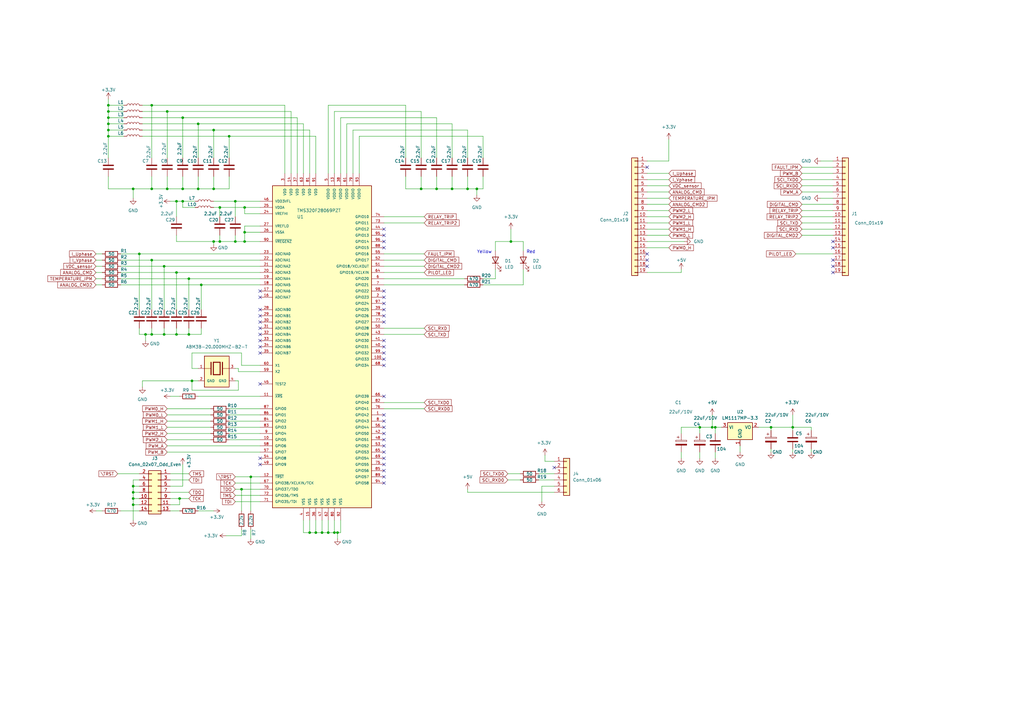
<source format=kicad_sch>
(kicad_sch (version 20230121) (generator eeschema)
  (paper "A3")
  (junction (at 316.23 175.26))
  (junction (at 44.45 55.88))
  (junction (at 62.23 43.18))
  (junction (at 132.08 218.44))
  (junction (at 72.39 137.16))
  (junction (at 77.47 137.16))
  (junction (at 44.45 50.8))
  (junction (at 93.98 55.88))
  (junction (at 54.61 207.01))
  (junction (at 62.23 77.47))
  (junction (at 99.06 200.66))
  (junction (at 62.23 137.16))
  (junction (at 57.15 104.14))
  (junction (at 59.69 137.16))
  (junction (at 96.52 99.06))
  (junction (at 293.37 175.26))
  (junction (at 102.87 195.58))
  (junction (at 100.33 95.25))
  (junction (at 129.54 218.44))
  (junction (at 134.62 218.44))
  (junction (at 74.93 77.47))
  (junction (at 81.28 77.47))
  (junction (at 68.58 45.72))
  (junction (at 127 218.44))
  (junction (at 74.93 82.55))
  (junction (at 87.63 53.34))
  (junction (at 77.47 114.3))
  (junction (at 72.39 111.76))
  (junction (at 78.74 156.21))
  (junction (at 87.63 77.47))
  (junction (at 68.58 77.47))
  (junction (at 44.45 45.72))
  (junction (at 82.55 116.84))
  (junction (at 179.07 77.47))
  (junction (at 54.61 204.47))
  (junction (at 191.77 77.47))
  (junction (at 138.43 218.44))
  (junction (at 96.52 82.55))
  (junction (at 209.55 99.06))
  (junction (at 100.33 99.06))
  (junction (at 195.58 77.47))
  (junction (at 90.17 99.06))
  (junction (at 172.72 77.47))
  (junction (at 54.61 199.39))
  (junction (at 137.16 218.44))
  (junction (at 185.42 77.47))
  (junction (at 73.66 204.47))
  (junction (at 54.61 77.47))
  (junction (at 44.45 53.34))
  (junction (at 72.39 82.55))
  (junction (at 62.23 106.68))
  (junction (at 100.33 85.09))
  (junction (at 287.02 175.26))
  (junction (at 67.31 109.22))
  (junction (at 54.61 201.93))
  (junction (at 87.63 99.06))
  (junction (at 44.45 43.18))
  (junction (at 74.93 48.26))
  (junction (at 67.31 137.16))
  (junction (at 325.12 175.26))
  (junction (at 292.1 175.26))
  (junction (at 81.28 50.8))
  (junction (at 90.17 85.09))
  (junction (at 44.45 48.26))
  (no_connect (at 341.63 101.6))
  (no_connect (at 106.68 187.96))
  (no_connect (at 157.48 147.32))
  (no_connect (at 157.48 182.88))
  (no_connect (at 341.63 99.06))
  (no_connect (at 157.48 139.7))
  (no_connect (at 157.48 180.34))
  (no_connect (at 106.68 139.7))
  (no_connect (at 157.48 124.46))
  (no_connect (at 106.68 137.16))
  (no_connect (at 157.48 121.92))
  (no_connect (at 157.48 144.78))
  (no_connect (at 157.48 190.5))
  (no_connect (at 157.48 93.98))
  (no_connect (at 265.43 68.58))
  (no_connect (at 106.68 142.24))
  (no_connect (at 157.48 96.52))
  (no_connect (at 265.43 109.22))
  (no_connect (at 106.68 129.54))
  (no_connect (at 157.48 101.6))
  (no_connect (at 106.68 157.48))
  (no_connect (at 341.63 106.68))
  (no_connect (at 157.48 99.06))
  (no_connect (at 106.68 132.08))
  (no_connect (at 157.48 187.96))
  (no_connect (at 157.48 177.8))
  (no_connect (at 157.48 198.12))
  (no_connect (at 265.43 104.14))
  (no_connect (at 106.68 119.38))
  (no_connect (at 157.48 162.56))
  (no_connect (at 341.63 111.76))
  (no_connect (at 157.48 193.04))
  (no_connect (at 106.68 190.5))
  (no_connect (at 106.68 144.78))
  (no_connect (at 157.48 127))
  (no_connect (at 157.48 149.86))
  (no_connect (at 157.48 195.58))
  (no_connect (at 106.68 127))
  (no_connect (at 106.68 134.62))
  (no_connect (at 265.43 106.68))
  (no_connect (at 157.48 142.24))
  (no_connect (at 157.48 172.72))
  (no_connect (at 157.48 185.42))
  (no_connect (at 157.48 119.38))
  (no_connect (at 157.48 129.54))
  (no_connect (at 106.68 121.92))
  (no_connect (at 157.48 170.18))
  (no_connect (at 157.48 132.08))
  (no_connect (at 341.63 109.22))
  (no_connect (at 227.33 191.77))
  (no_connect (at 157.48 175.26))
  (wire (pts (xy 97.79 160.02) (xy 97.79 156.21)))
  (wire (pts (xy 336.55 66.04) (xy 341.63 66.04)))
  (wire (pts (xy 39.37 116.84) (xy 41.91 116.84)))
  (wire (pts (xy 87.63 82.55) (xy 96.52 82.55)))
  (wire (pts (xy 97.79 152.4) (xy 106.68 152.4)))
  (wire (pts (xy 58.42 48.26) (xy 74.93 48.26)))
  (wire (pts (xy 68.58 170.18) (xy 86.36 170.18)))
  (wire (pts (xy 96.52 99.06) (xy 100.33 99.06)))
  (wire (pts (xy 73.66 204.47) (xy 77.47 204.47)))
  (wire (pts (xy 93.98 172.72) (xy 106.68 172.72)))
  (wire (pts (xy 191.77 77.47) (xy 195.58 77.47)))
  (wire (pts (xy 44.45 45.72) (xy 50.8 45.72)))
  (wire (pts (xy 185.42 72.39) (xy 185.42 77.47)))
  (wire (pts (xy 54.61 199.39) (xy 54.61 201.93)))
  (wire (pts (xy 54.61 204.47) (xy 57.15 204.47)))
  (wire (pts (xy 179.07 72.39) (xy 179.07 77.47)))
  (wire (pts (xy 57.15 196.85) (xy 54.61 196.85)))
  (wire (pts (xy 265.43 101.6) (xy 274.32 101.6)))
  (wire (pts (xy 328.93 91.44) (xy 341.63 91.44)))
  (wire (pts (xy 203.2 102.87) (xy 203.2 99.06)))
  (wire (pts (xy 74.93 77.47) (xy 81.28 77.47)))
  (wire (pts (xy 220.98 196.85) (xy 227.33 196.85)))
  (wire (pts (xy 106.68 85.09) (xy 100.33 85.09)))
  (wire (pts (xy 116.84 71.12) (xy 116.84 43.18)))
  (wire (pts (xy 138.43 218.44) (xy 138.43 220.98)))
  (wire (pts (xy 69.85 199.39) (xy 74.93 199.39)))
  (wire (pts (xy 77.47 137.16) (xy 82.55 137.16)))
  (wire (pts (xy 96.52 82.55) (xy 96.52 88.9)))
  (wire (pts (xy 81.28 77.47) (xy 87.63 77.47)))
  (wire (pts (xy 74.93 48.26) (xy 121.92 48.26)))
  (wire (pts (xy 328.93 78.74) (xy 341.63 78.74)))
  (wire (pts (xy 44.45 53.34) (xy 50.8 53.34)))
  (wire (pts (xy 198.12 77.47) (xy 198.12 72.39)))
  (wire (pts (xy 137.16 213.36) (xy 137.16 218.44)))
  (wire (pts (xy 96.52 151.13) (xy 97.79 151.13)))
  (wire (pts (xy 287.02 175.26) (xy 292.1 175.26)))
  (wire (pts (xy 325.12 170.18) (xy 325.12 175.26)))
  (wire (pts (xy 78.74 156.21) (xy 78.74 160.02)))
  (wire (pts (xy 99.06 200.66) (xy 99.06 209.55)))
  (wire (pts (xy 311.15 175.26) (xy 316.23 175.26)))
  (wire (pts (xy 62.23 106.68) (xy 106.68 106.68)))
  (wire (pts (xy 127 213.36) (xy 127 218.44)))
  (wire (pts (xy 127 218.44) (xy 129.54 218.44)))
  (wire (pts (xy 191.77 72.39) (xy 191.77 77.47)))
  (wire (pts (xy 209.55 93.98) (xy 209.55 99.06)))
  (wire (pts (xy 90.17 99.06) (xy 96.52 99.06)))
  (wire (pts (xy 265.43 83.82) (xy 274.32 83.82)))
  (wire (pts (xy 49.53 116.84) (xy 82.55 116.84)))
  (wire (pts (xy 72.39 82.55) (xy 72.39 88.9)))
  (wire (pts (xy 137.16 45.72) (xy 172.72 45.72)))
  (wire (pts (xy 80.01 85.09) (xy 74.93 85.09)))
  (wire (pts (xy 328.93 88.9) (xy 341.63 88.9)))
  (wire (pts (xy 68.58 167.64) (xy 86.36 167.64)))
  (wire (pts (xy 198.12 114.3) (xy 203.2 114.3)))
  (wire (pts (xy 328.93 96.52) (xy 341.63 96.52)))
  (wire (pts (xy 44.45 55.88) (xy 44.45 64.77)))
  (wire (pts (xy 157.48 134.62) (xy 173.99 134.62)))
  (wire (pts (xy 74.93 72.39) (xy 74.93 77.47)))
  (wire (pts (xy 68.58 185.42) (xy 106.68 185.42)))
  (wire (pts (xy 49.53 106.68) (xy 62.23 106.68)))
  (wire (pts (xy 328.93 93.98) (xy 341.63 93.98)))
  (wire (pts (xy 198.12 116.84) (xy 214.63 116.84)))
  (wire (pts (xy 67.31 137.16) (xy 72.39 137.16)))
  (wire (pts (xy 172.72 77.47) (xy 179.07 77.47)))
  (wire (pts (xy 328.93 76.2) (xy 341.63 76.2)))
  (wire (pts (xy 157.48 106.68) (xy 173.99 106.68)))
  (wire (pts (xy 82.55 116.84) (xy 82.55 127)))
  (wire (pts (xy 129.54 213.36) (xy 129.54 218.44)))
  (wire (pts (xy 332.74 175.26) (xy 332.74 176.53)))
  (wire (pts (xy 147.32 71.12) (xy 147.32 55.88)))
  (wire (pts (xy 72.39 111.76) (xy 106.68 111.76)))
  (wire (pts (xy 49.53 109.22) (xy 67.31 109.22)))
  (wire (pts (xy 132.08 213.36) (xy 132.08 218.44)))
  (wire (pts (xy 57.15 137.16) (xy 59.69 137.16)))
  (wire (pts (xy 292.1 170.18) (xy 292.1 175.26)))
  (wire (pts (xy 90.17 85.09) (xy 100.33 85.09)))
  (wire (pts (xy 68.58 72.39) (xy 68.58 77.47)))
  (wire (pts (xy 81.28 209.55) (xy 87.63 209.55)))
  (wire (pts (xy 62.23 72.39) (xy 62.23 77.47)))
  (wire (pts (xy 132.08 218.44) (xy 134.62 218.44)))
  (wire (pts (xy 316.23 175.26) (xy 325.12 175.26)))
  (wire (pts (xy 58.42 45.72) (xy 68.58 45.72)))
  (wire (pts (xy 265.43 66.04) (xy 274.32 66.04)))
  (wire (pts (xy 293.37 175.26) (xy 293.37 177.8)))
  (wire (pts (xy 39.37 114.3) (xy 41.91 114.3)))
  (wire (pts (xy 208.28 196.85) (xy 213.36 196.85)))
  (wire (pts (xy 265.43 96.52) (xy 274.32 96.52)))
  (wire (pts (xy 220.98 194.31) (xy 227.33 194.31)))
  (wire (pts (xy 81.28 156.21) (xy 78.74 156.21)))
  (wire (pts (xy 139.7 48.26) (xy 179.07 48.26)))
  (wire (pts (xy 336.55 81.28) (xy 341.63 81.28)))
  (wire (pts (xy 100.33 99.06) (xy 106.68 99.06)))
  (wire (pts (xy 77.47 114.3) (xy 106.68 114.3)))
  (wire (pts (xy 69.85 209.55) (xy 73.66 209.55)))
  (wire (pts (xy 157.48 88.9) (xy 173.99 88.9)))
  (wire (pts (xy 325.12 184.15) (xy 325.12 185.42)))
  (wire (pts (xy 67.31 109.22) (xy 67.31 127)))
  (wire (pts (xy 44.45 48.26) (xy 44.45 50.8)))
  (wire (pts (xy 316.23 175.26) (xy 316.23 176.53)))
  (wire (pts (xy 74.93 85.09) (xy 74.93 82.55)))
  (wire (pts (xy 93.98 55.88) (xy 129.54 55.88)))
  (wire (pts (xy 96.52 200.66) (xy 99.06 200.66)))
  (wire (pts (xy 69.85 194.31) (xy 77.47 194.31)))
  (wire (pts (xy 96.52 96.52) (xy 96.52 99.06)))
  (wire (pts (xy 68.58 172.72) (xy 86.36 172.72)))
  (wire (pts (xy 325.12 175.26) (xy 325.12 176.53)))
  (wire (pts (xy 68.58 180.34) (xy 86.36 180.34)))
  (wire (pts (xy 116.84 43.18) (xy 62.23 43.18)))
  (wire (pts (xy 54.61 201.93) (xy 54.61 204.47)))
  (wire (pts (xy 157.48 137.16) (xy 173.99 137.16)))
  (wire (pts (xy 134.62 43.18) (xy 166.37 43.18)))
  (wire (pts (xy 99.06 200.66) (xy 106.68 200.66)))
  (wire (pts (xy 144.78 71.12) (xy 144.78 53.34)))
  (wire (pts (xy 69.85 201.93) (xy 77.47 201.93)))
  (wire (pts (xy 223.52 186.69) (xy 223.52 189.23)))
  (wire (pts (xy 54.61 207.01) (xy 54.61 213.36)))
  (wire (pts (xy 87.63 85.09) (xy 90.17 85.09)))
  (wire (pts (xy 69.85 204.47) (xy 73.66 204.47)))
  (wire (pts (xy 179.07 48.26) (xy 179.07 64.77)))
  (wire (pts (xy 39.37 104.14) (xy 41.91 104.14)))
  (wire (pts (xy 185.42 50.8) (xy 185.42 64.77)))
  (wire (pts (xy 328.93 71.12) (xy 341.63 71.12)))
  (wire (pts (xy 137.16 218.44) (xy 138.43 218.44)))
  (wire (pts (xy 87.63 99.06) (xy 87.63 100.33)))
  (wire (pts (xy 139.7 218.44) (xy 139.7 213.36)))
  (wire (pts (xy 54.61 201.93) (xy 57.15 201.93)))
  (wire (pts (xy 67.31 109.22) (xy 106.68 109.22)))
  (wire (pts (xy 58.42 53.34) (xy 87.63 53.34)))
  (wire (pts (xy 82.55 134.62) (xy 82.55 137.16)))
  (wire (pts (xy 166.37 43.18) (xy 166.37 64.77)))
  (wire (pts (xy 134.62 218.44) (xy 137.16 218.44)))
  (wire (pts (xy 119.38 45.72) (xy 119.38 71.12)))
  (wire (pts (xy 39.37 209.55) (xy 41.91 209.55)))
  (wire (pts (xy 99.06 144.78) (xy 99.06 149.86)))
  (wire (pts (xy 92.71 219.71) (xy 99.06 219.71)))
  (wire (pts (xy 90.17 96.52) (xy 90.17 99.06)))
  (wire (pts (xy 57.15 104.14) (xy 106.68 104.14)))
  (wire (pts (xy 326.39 104.14) (xy 341.63 104.14)))
  (wire (pts (xy 74.93 48.26) (xy 74.93 64.77)))
  (wire (pts (xy 102.87 217.17) (xy 102.87 220.98)))
  (wire (pts (xy 74.93 82.55) (xy 80.01 82.55)))
  (wire (pts (xy 68.58 77.47) (xy 74.93 77.47)))
  (wire (pts (xy 287.02 185.42) (xy 287.02 187.96)))
  (wire (pts (xy 157.48 114.3) (xy 190.5 114.3)))
  (wire (pts (xy 198.12 55.88) (xy 198.12 64.77)))
  (wire (pts (xy 328.93 68.58) (xy 341.63 68.58)))
  (wire (pts (xy 325.12 175.26) (xy 332.74 175.26)))
  (wire (pts (xy 54.61 204.47) (xy 54.61 207.01)))
  (wire (pts (xy 81.28 72.39) (xy 81.28 77.47)))
  (wire (pts (xy 185.42 77.47) (xy 191.77 77.47)))
  (wire (pts (xy 203.2 99.06) (xy 209.55 99.06)))
  (wire (pts (xy 144.78 53.34) (xy 191.77 53.34)))
  (wire (pts (xy 78.74 160.02) (xy 97.79 160.02)))
  (wire (pts (xy 87.63 53.34) (xy 127 53.34)))
  (wire (pts (xy 157.48 111.76) (xy 173.99 111.76)))
  (wire (pts (xy 73.66 204.47) (xy 73.66 207.01)))
  (wire (pts (xy 77.47 114.3) (xy 77.47 127)))
  (wire (pts (xy 39.37 111.76) (xy 41.91 111.76)))
  (wire (pts (xy 127 53.34) (xy 127 71.12)))
  (wire (pts (xy 93.98 55.88) (xy 93.98 64.77)))
  (wire (pts (xy 157.48 91.44) (xy 173.99 91.44)))
  (wire (pts (xy 69.85 82.55) (xy 72.39 82.55)))
  (wire (pts (xy 147.32 55.88) (xy 198.12 55.88)))
  (wire (pts (xy 96.52 195.58) (xy 102.87 195.58)))
  (wire (pts (xy 265.43 73.66) (xy 274.32 73.66)))
  (wire (pts (xy 44.45 43.18) (xy 50.8 43.18)))
  (wire (pts (xy 58.42 50.8) (xy 81.28 50.8)))
  (wire (pts (xy 279.4 175.26) (xy 287.02 175.26)))
  (wire (pts (xy 138.43 218.44) (xy 139.7 218.44)))
  (wire (pts (xy 303.53 182.88) (xy 303.53 185.42)))
  (wire (pts (xy 157.48 116.84) (xy 190.5 116.84)))
  (wire (pts (xy 97.79 156.21) (xy 96.52 156.21)))
  (wire (pts (xy 265.43 81.28) (xy 274.32 81.28)))
  (wire (pts (xy 142.24 50.8) (xy 185.42 50.8)))
  (wire (pts (xy 96.52 82.55) (xy 106.68 82.55)))
  (wire (pts (xy 72.39 82.55) (xy 74.93 82.55)))
  (wire (pts (xy 106.68 92.71) (xy 100.33 92.71)))
  (wire (pts (xy 209.55 99.06) (xy 214.63 99.06)))
  (wire (pts (xy 44.45 45.72) (xy 44.45 48.26)))
  (wire (pts (xy 166.37 77.47) (xy 172.72 77.47)))
  (wire (pts (xy 157.48 109.22) (xy 173.99 109.22)))
  (wire (pts (xy 68.58 182.88) (xy 106.68 182.88)))
  (wire (pts (xy 97.79 151.13) (xy 97.79 152.4)))
  (wire (pts (xy 265.43 76.2) (xy 274.32 76.2)))
  (wire (pts (xy 265.43 93.98) (xy 274.32 93.98)))
  (wire (pts (xy 265.43 78.74) (xy 274.32 78.74)))
  (wire (pts (xy 93.98 170.18) (xy 106.68 170.18)))
  (wire (pts (xy 157.48 165.1) (xy 173.99 165.1)))
  (wire (pts (xy 68.58 175.26) (xy 86.36 175.26)))
  (wire (pts (xy 44.45 48.26) (xy 50.8 48.26)))
  (wire (pts (xy 58.42 156.21) (xy 78.74 156.21)))
  (wire (pts (xy 54.61 196.85) (xy 54.61 199.39)))
  (wire (pts (xy 157.48 167.64) (xy 173.99 167.64)))
  (wire (pts (xy 222.25 199.39) (xy 222.25 205.74)))
  (wire (pts (xy 54.61 77.47) (xy 62.23 77.47)))
  (wire (pts (xy 124.46 218.44) (xy 127 218.44)))
  (wire (pts (xy 214.63 110.49) (xy 214.63 116.84)))
  (wire (pts (xy 81.28 50.8) (xy 81.28 64.77)))
  (wire (pts (xy 191.77 201.93) (xy 227.33 201.93)))
  (wire (pts (xy 172.72 45.72) (xy 172.72 64.77)))
  (wire (pts (xy 102.87 195.58) (xy 102.87 209.55)))
  (wire (pts (xy 44.45 50.8) (xy 50.8 50.8)))
  (wire (pts (xy 72.39 99.06) (xy 87.63 99.06)))
  (wire (pts (xy 293.37 175.26) (xy 295.91 175.26)))
  (wire (pts (xy 142.24 71.12) (xy 142.24 50.8)))
  (wire (pts (xy 58.42 158.75) (xy 58.42 156.21)))
  (wire (pts (xy 93.98 175.26) (xy 106.68 175.26)))
  (wire (pts (xy 96.52 205.74) (xy 106.68 205.74)))
  (wire (pts (xy 69.85 196.85) (xy 77.47 196.85)))
  (wire (pts (xy 58.42 55.88) (xy 93.98 55.88)))
  (wire (pts (xy 265.43 99.06) (xy 280.67 99.06)))
  (wire (pts (xy 78.74 144.78) (xy 99.06 144.78)))
  (wire (pts (xy 69.85 207.01) (xy 73.66 207.01)))
  (wire (pts (xy 69.85 162.56) (xy 73.66 162.56)))
  (wire (pts (xy 124.46 213.36) (xy 124.46 218.44)))
  (wire (pts (xy 39.37 109.22) (xy 41.91 109.22)))
  (wire (pts (xy 62.23 77.47) (xy 68.58 77.47)))
  (wire (pts (xy 328.93 86.36) (xy 341.63 86.36)))
  (wire (pts (xy 265.43 88.9) (xy 274.32 88.9)))
  (wire (pts (xy 87.63 99.06) (xy 90.17 99.06)))
  (wire (pts (xy 124.46 50.8) (xy 124.46 71.12)))
  (wire (pts (xy 68.58 45.72) (xy 68.58 64.77)))
  (wire (pts (xy 129.54 55.88) (xy 129.54 71.12)))
  (wire (pts (xy 137.16 71.12) (xy 137.16 45.72)))
  (wire (pts (xy 87.63 53.34) (xy 87.63 64.77)))
  (wire (pts (xy 93.98 167.64) (xy 106.68 167.64)))
  (wire (pts (xy 74.93 190.5) (xy 74.93 199.39)))
  (wire (pts (xy 68.58 177.8) (xy 86.36 177.8)))
  (wire (pts (xy 332.74 184.15) (xy 332.74 185.42)))
  (wire (pts (xy 265.43 91.44) (xy 274.32 91.44)))
  (wire (pts (xy 191.77 53.34) (xy 191.77 64.77)))
  (wire (pts (xy 72.39 96.52) (xy 72.39 99.06)))
  (wire (pts (xy 87.63 72.39) (xy 87.63 77.47)))
  (wire (pts (xy 208.28 194.31) (xy 213.36 194.31)))
  (wire (pts (xy 214.63 99.06) (xy 214.63 102.87)))
  (wire (pts (xy 265.43 86.36) (xy 274.32 86.36)))
  (wire (pts (xy 93.98 177.8) (xy 106.68 177.8)))
  (wire (pts (xy 279.4 175.26) (xy 279.4 177.8)))
  (wire (pts (xy 179.07 77.47) (xy 185.42 77.47)))
  (wire (pts (xy 44.45 53.34) (xy 44.45 55.88)))
  (wire (pts (xy 59.69 137.16) (xy 59.69 139.7)))
  (wire (pts (xy 39.37 106.68) (xy 41.91 106.68)))
  (wire (pts (xy 81.28 50.8) (xy 124.46 50.8)))
  (wire (pts (xy 265.43 111.76) (xy 279.4 111.76)))
  (wire (pts (xy 96.52 203.2) (xy 106.68 203.2)))
  (wire (pts (xy 54.61 77.47) (xy 54.61 81.28)))
  (wire (pts (xy 62.23 134.62) (xy 62.23 137.16)))
  (wire (pts (xy 59.69 137.16) (xy 62.23 137.16)))
  (wire (pts (xy 62.23 43.18) (xy 62.23 64.77)))
  (wire (pts (xy 49.53 104.14) (xy 57.15 104.14)))
  (wire (pts (xy 328.93 83.82) (xy 341.63 83.82)))
  (wire (pts (xy 62.23 106.68) (xy 62.23 127)))
  (wire (pts (xy 54.61 199.39) (xy 57.15 199.39)))
  (wire (pts (xy 62.23 43.18) (xy 58.42 43.18)))
  (wire (pts (xy 99.06 217.17) (xy 99.06 219.71)))
  (wire (pts (xy 191.77 200.66) (xy 191.77 201.93)))
  (wire (pts (xy 287.02 175.26) (xy 287.02 177.8)))
  (wire (pts (xy 72.39 134.62) (xy 72.39 137.16)))
  (wire (pts (xy 157.48 104.14) (xy 173.99 104.14)))
  (wire (pts (xy 223.52 189.23) (xy 227.33 189.23)))
  (wire (pts (xy 78.74 151.13) (xy 78.74 144.78)))
  (wire (pts (xy 68.58 45.72) (xy 119.38 45.72)))
  (wire (pts (xy 72.39 111.76) (xy 72.39 127)))
  (wire (pts (xy 44.45 72.39) (xy 44.45 77.47)))
  (wire (pts (xy 328.93 73.66) (xy 341.63 73.66)))
  (wire (pts (xy 99.06 149.86) (xy 106.68 149.86)))
  (wire (pts (xy 139.7 71.12) (xy 139.7 48.26)))
  (wire (pts (xy 106.68 87.63) (xy 100.33 87.63)))
  (wire (pts (xy 100.33 95.25) (xy 106.68 95.25)))
  (wire (pts (xy 54.61 207.01) (xy 57.15 207.01)))
  (wire (pts (xy 81.28 162.56) (xy 106.68 162.56)))
  (wire (pts (xy 96.52 198.12) (xy 106.68 198.12)))
  (wire (pts (xy 129.54 218.44) (xy 132.08 218.44)))
  (wire (pts (xy 93.98 180.34) (xy 106.68 180.34)))
  (wire (pts (xy 49.53 111.76) (xy 72.39 111.76)))
  (wire (pts (xy 274.32 57.15) (xy 274.32 66.04)))
  (wire (pts (xy 279.4 185.42) (xy 279.4 187.96)))
  (wire (pts (xy 93.98 72.39) (xy 93.98 77.47)))
  (wire (pts (xy 72.39 137.16) (xy 77.47 137.16)))
  (wire (pts (xy 44.45 50.8) (xy 44.45 53.34)))
  (wire (pts (xy 82.55 116.84) (xy 106.68 116.84)))
  (wire (pts (xy 77.47 134.62) (xy 77.47 137.16)))
  (wire (pts (xy 100.33 85.09) (xy 100.33 87.63)))
  (wire (pts (xy 44.45 55.88) (xy 50.8 55.88)))
  (wire (pts (xy 172.72 72.39) (xy 172.72 77.47)))
  (wire (pts (xy 102.87 195.58) (xy 106.68 195.58)))
  (wire (pts (xy 62.23 137.16) (xy 67.31 137.16)))
  (wire (pts (xy 195.58 77.47) (xy 195.58 80.01)))
  (wire (pts (xy 265.43 71.12) (xy 274.32 71.12)))
  (wire (pts (xy 67.31 134.62) (xy 67.31 137.16)))
  (wire (pts (xy 279.4 110.49) (xy 279.4 111.76)))
  (wire (pts (xy 44.45 77.47) (xy 54.61 77.47)))
  (wire (pts (xy 134.62 213.36) (xy 134.62 218.44)))
  (wire (pts (xy 195.58 77.47) (xy 198.12 77.47)))
  (wire (pts (xy 166.37 72.39) (xy 166.37 77.47)))
  (wire (pts (xy 100.33 92.71) (xy 100.33 95.25)))
  (wire (pts (xy 44.45 43.18) (xy 44.45 45.72)))
  (wire (pts (xy 48.26 194.31) (xy 57.15 194.31)))
  (wire (pts (xy 316.23 184.15) (xy 316.23 185.42)))
  (wire (pts (xy 293.37 185.42) (xy 293.37 187.96)))
  (wire (pts (xy 203.2 110.49) (xy 203.2 114.3)))
  (wire (pts (xy 44.45 40.64) (xy 44.45 43.18)))
  (wire (pts (xy 81.28 151.13) (xy 78.74 151.13)))
  (wire (pts (xy 100.33 95.25) (xy 100.33 99.06)))
  (wire (pts (xy 57.15 104.14) (xy 57.15 127)))
  (wire (pts (xy 57.15 134.62) (xy 57.15 137.16)))
  (wire (pts (xy 134.62 71.12) (xy 134.62 43.18)))
  (wire (pts (xy 292.1 175.26) (xy 293.37 175.26)))
  (wire (pts (xy 121.92 48.26) (xy 121.92 71.12)))
  (wire (pts (xy 87.63 77.47) (xy 93.98 77.47)))
  (wire (pts (xy 227.33 199.39) (xy 222.25 199.39)))
  (wire (pts (xy 90.17 85.09) (xy 90.17 88.9)))
  (wire (pts (xy 49.53 114.3) (xy 77.47 114.3)))
  (wire (pts (xy 49.53 209.55) (xy 57.15 209.55)))
  (text "Red" (at 215.9 104.14 0) (effects (font (size 1.27 1.27)) (justify left bottom)))
  (text "Yellow" (at 195.58 104.14 0) (effects (font (size 1.27 1.27)) (justify left bottom)))
  (global_label "ANALOG_CMD" (shape input) (at 274.32 78.74 0) (property "Intersheetrefs" "${INTERSHEET_REFS}" (effects hide)))
  (global_label "PWM_B" (shape input) (at 328.93 71.12 180) (property "Intersheetrefs" "${INTERSHEET_REFS}" (effects hide)))
  (global_label "PILOT_LED" (shape input) (at 173.99 111.76 0) (property "Intersheetrefs" "${INTERSHEET_REFS}" (effects hide)))
  (global_label "PWM_B" (shape input) (at 68.58 185.42 180) (property "Intersheetrefs" "${INTERSHEET_REFS}" (effects hide)))
  (global_label "RELAY_TRIP" (shape input) (at 328.93 86.36 180) (property "Intersheetrefs" "${INTERSHEET_REFS}" (effects hide)))
  (global_label "PILOT_LED" (shape input) (at 326.39 104.14 180) (property "Intersheetrefs" "${INTERSHEET_REFS}" (effects hide)))
  (global_label "TDO" (shape input) (at 96.52 200.66 180) (property "Intersheetrefs" "${INTERSHEET_REFS}" (effects hide)))
  (global_label "VDC_sensor" (shape input) (at 274.32 76.2 0) (property "Intersheetrefs" "${INTERSHEET_REFS}" (effects hide)))
  (global_label "TMS" (shape input) (at 77.47 194.31 0) (property "Intersheetrefs" "${INTERSHEET_REFS}" (effects hide)))
  (global_label "SCI_RXD0" (shape input) (at 328.93 76.2 180) (property "Intersheetrefs" "${INTERSHEET_REFS}" (effects hide)))
  (global_label "PWM2_H" (shape input) (at 274.32 88.9 0) (property "Intersheetrefs" "${INTERSHEET_REFS}" (effects hide)))
  (global_label "I_Vphase" (shape input) (at 274.32 73.66 0) (property "Intersheetrefs" "${INTERSHEET_REFS}" (effects hide)))
  (global_label "PWM1_L" (shape input) (at 68.58 175.26 180) (property "Intersheetrefs" "${INTERSHEET_REFS}" (effects hide)))
  (global_label "PWM_A" (shape input) (at 328.93 78.74 180) (property "Intersheetrefs" "${INTERSHEET_REFS}" (effects hide)))
  (global_label "TDI" (shape input) (at 96.52 205.74 180) (property "Intersheetrefs" "${INTERSHEET_REFS}" (effects hide)))
  (global_label "PWM1_H" (shape input) (at 68.58 172.72 180) (property "Intersheetrefs" "${INTERSHEET_REFS}" (effects hide)))
  (global_label "SCI_RXD" (shape input) (at 173.99 134.62 0) (property "Intersheetrefs" "${INTERSHEET_REFS}" (effects hide)))
  (global_label "TMS" (shape input) (at 96.52 203.2 180) (property "Intersheetrefs" "${INTERSHEET_REFS}" (effects hide)))
  (global_label "ANALOG_CMD" (shape input) (at 39.37 111.76 180) (property "Intersheetrefs" "${INTERSHEET_REFS}" (effects hide)))
  (global_label "FAULT_IPM" (shape input) (at 328.93 68.58 180) (property "Intersheetrefs" "${INTERSHEET_REFS}" (effects hide)))
  (global_label "TDI" (shape input) (at 77.47 196.85 0) (property "Intersheetrefs" "${INTERSHEET_REFS}" (effects hide)))
  (global_label "I_Vphase" (shape input) (at 39.37 106.68 180) (property "Intersheetrefs" "${INTERSHEET_REFS}" (effects hide)))
  (global_label "DIGITAL_CMD2" (shape input) (at 328.93 96.52 180) (property "Intersheetrefs" "${INTERSHEET_REFS}" (effects hide)))
  (global_label "PWM1_H" (shape input) (at 274.32 93.98 0) (property "Intersheetrefs" "${INTERSHEET_REFS}" (effects hide)))
  (global_label "PWM0_L" (shape input) (at 274.32 96.52 0) (property "Intersheetrefs" "${INTERSHEET_REFS}" (effects hide)))
  (global_label "TCK" (shape input) (at 77.47 204.47 0) (property "Intersheetrefs" "${INTERSHEET_REFS}" (effects hide)))
  (global_label "ANALOG_CMD2" (shape input) (at 274.32 83.82 0) (property "Intersheetrefs" "${INTERSHEET_REFS}" (effects hide)))
  (global_label "PWM1_L" (shape input) (at 274.32 91.44 0) (property "Intersheetrefs" "${INTERSHEET_REFS}" (effects hide)))
  (global_label "TEMPERATURE_IPM" (shape input) (at 39.37 114.3 180) (property "Intersheetrefs" "${INTERSHEET_REFS}" (effects hide)))
  (global_label "PWM0_H" (shape input) (at 68.58 167.64 180) (property "Intersheetrefs" "${INTERSHEET_REFS}" (effects hide)))
  (global_label "SCI_TXD0" (shape input) (at 173.99 165.1 0) (property "Intersheetrefs" "${INTERSHEET_REFS}" (effects hide)))
  (global_label "SCI_TXD" (shape input) (at 328.93 91.44 180) (property "Intersheetrefs" "${INTERSHEET_REFS}" (effects hide)))
  (global_label "DIGITAL_CMD2" (shape input) (at 173.99 109.22 0) (property "Intersheetrefs" "${INTERSHEET_REFS}" (effects hide)))
  (global_label "TEMPERATURE_IPM" (shape input) (at 274.32 81.28 0) (property "Intersheetrefs" "${INTERSHEET_REFS}" (effects hide)))
  (global_label "SCI_TXD0" (shape input) (at 328.93 73.66 180) (property "Intersheetrefs" "${INTERSHEET_REFS}" (effects hide)))
  (global_label "RELAY_TRIP2" (shape input) (at 328.93 88.9 180) (property "Intersheetrefs" "${INTERSHEET_REFS}" (effects hide)))
  (global_label "SCI_TXD0" (shape input) (at 208.28 194.31 180) (property "Intersheetrefs" "${INTERSHEET_REFS}" (effects hide)))
  (global_label "SCI_RXD0" (shape input) (at 173.99 167.64 0) (property "Intersheetrefs" "${INTERSHEET_REFS}" (effects hide)))
  (global_label "PWM0_L" (shape input) (at 68.58 170.18 180) (property "Intersheetrefs" "${INTERSHEET_REFS}" (effects hide)))
  (global_label "SCI_TXD" (shape input) (at 173.99 137.16 0) (property "Intersheetrefs" "${INTERSHEET_REFS}" (effects hide)))
  (global_label "PWM2_H" (shape input) (at 68.58 177.8 180) (property "Intersheetrefs" "${INTERSHEET_REFS}" (effects hide)))
  (global_label "FAULT_IPM" (shape input) (at 173.99 104.14 0) (property "Intersheetrefs" "${INTERSHEET_REFS}" (effects hide)))
  (global_label "PWM2_L" (shape input) (at 274.32 86.36 0) (property "Intersheetrefs" "${INTERSHEET_REFS}" (effects hide)))
  (global_label "I_Uphase" (shape input) (at 274.32 71.12 0) (property "Intersheetrefs" "${INTERSHEET_REFS}" (effects hide)))
  (global_label "DIGITAL_CMD" (shape input) (at 328.93 83.82 180) (property "Intersheetrefs" "${INTERSHEET_REFS}" (effects hide)))
  (global_label "DIGITAL_CMD" (shape input) (at 173.99 106.68 0) (property "Intersheetrefs" "${INTERSHEET_REFS}" (effects hide)))
  (global_label "SCI_RXD" (shape input) (at 328.93 93.98 180) (property "Intersheetrefs" "${INTERSHEET_REFS}" (effects hide)))
  (global_label "ANALOG_CMD2" (shape input) (at 39.37 116.84 180) (property "Intersheetrefs" "${INTERSHEET_REFS}" (effects hide)))
  (global_label "PWM_A" (shape input) (at 68.58 182.88 180) (property "Intersheetrefs" "${INTERSHEET_REFS}" (effects hide)))
  (global_label "PWM2_L" (shape input) (at 68.58 180.34 180) (property "Intersheetrefs" "${INTERSHEET_REFS}" (effects hide)))
  (global_label "RELAY_TRIP" (shape input) (at 173.99 88.9 0) (property "Intersheetrefs" "${INTERSHEET_REFS}" (effects hide)))
  (global_label "TDO" (shape input) (at 77.47 201.93 0) (property "Intersheetrefs" "${INTERSHEET_REFS}" (effects hide)))
  (global_label "RELAY_TRIP2" (shape input) (at 173.99 91.44 0) (property "Intersheetrefs" "${INTERSHEET_REFS}" (effects hide)))
  (global_label "I_Uphase" (shape input) (at 39.37 104.14 180) (property "Intersheetrefs" "${INTERSHEET_REFS}" (effects hide)))
  (global_label "SCI_RXD0" (shape input) (at 208.28 196.85 180) (property "Intersheetrefs" "${INTERSHEET_REFS}" (effects hide)))
  (global_label "\\TRST" (shape input) (at 48.26 194.31 180) (property "Intersheetrefs" "${INTERSHEET_REFS}" (effects hide)))
  (global_label "\\TRST" (shape input) (at 96.52 195.58 180) (property "Intersheetrefs" "${INTERSHEET_REFS}" (effects hide)))
  (global_label "TCK" (shape input) (at 96.52 198.12 180) (property "Intersheetrefs" "${INTERSHEET_REFS}" (effects hide)))
  (global_label "PWM0_H" (shape input) (at 274.32 101.6 0) (property "Intersheetrefs" "${INTERSHEET_REFS}" (effects hide)))
  (global_label "VDC_sensor" (shape input) (at 39.37 109.22 180) (property "Intersheetrefs" "${INTERSHEET_REFS}" (effects hide)))
  (symbol (lib_id "bead:L") (at 54.61 50.8 90) (unit 1)
    (property "Reference" "L4" (at 49.53 49.53 90))
    (property "Value" "2A/45mohm/220ohm@100Mhz" (effects hide))
    (property "Footprint" "Inductor_SMD:L_0805_2012Metric_Pad1.15x1.40mm_HandSolder" (effects hide))
    (property "Datasheet" "~https://www.digikey.kr/ko/products/detail/murata-electronics/BLM21PG221SN1D/364909?utm_adgroup=Murata&utm_source=google&utm_medium=cpc&utm_campaign=Dynamic%20Search_KR_Supplier&utm_term=&productid=&utm_content=Murata&utm_id=go_cmp-9777513071_adg-102510472729_ad-667073295241_dsa-391690949709_dev-c_ext-_prd-_sig-Cj0KCQiAy9msBhD0ARIsANbk0A9n4iZALZgV2cp8c19IRQ5fG3RdESCKOv-GduPiRCm5rECLwCxmSeYaAo3XEALw_wcB&gad_source=1&gclid=Cj0KCQiAy9msBhD0ARIsANbk0A9n4iZALZgV2cp8c19IRQ5fG3RdESCKOv-GduPiRCm5rECLwCxmSeYaAo3XEALw_wcB" (effects hide))
    (property "Part #" "BLM21PG221SN1D" (effects hide))
  )
  (symbol (lib_id "bead:R") (at 90.17 172.72 90) (unit 1)
    (property "Reference" "R12" (at 95.25 171.45 90))
    (property "Value" "50" (at 90.17 172.72 90))
    (property "Footprint" "Resistor_SMD:R_0805_2012Metric_Pad1.20x1.40mm_HandSolder" (effects hide))
  )
  (symbol (lib_id "Device:LED") (at 203.2 106.68 90) (unit 1)
    (property "Reference" "D1" (at 207.01 106.9975 90) (effects (justify right)))
    (property "Value" "LED" (at 207.01 109.5375 90) (effects (justify right)))
    (property "Footprint" "LED_SMD:LED_0805_2012Metric_Pad1.15x1.40mm_HandSolder" (effects hide))
  )
  (symbol (lib_id "power:GND") (at 58.42 158.75 0) (mirror y) (unit 1)
    (property "Reference" "#PWR021" (effects hide))
    (property "Value" "GND" (at 58.42 163.83 0))
  )
  (symbol (lib_id "power:+3.3V") (at 69.85 162.56 90) (mirror x) (unit 1)
    (property "Reference" "#PWR022" (effects hide))
    (property "Value" "+3.3V" (at 68.58 160.02 90))
  )
  (symbol (lib_id "Device:C") (at 293.37 181.61 180) (unit 1)
    (property "Reference" "C3" (at 290.83 179.07 0))
    (property "Value" "104" (at 295.91 184.15 0))
    (property "Footprint" "Capacitor_SMD:C_0805_2012Metric" (effects hide))
  )
  (symbol (lib_id "Device:C") (at 74.93 68.58 180) (unit 1)
    (property "Reference" "C9" (at 73.66 66.04 0))
    (property "Value" "2.2uF" (at 73.66 60.96 90))
    (property "Footprint" "Capacitor_SMD:C_0805_2012Metric" (effects hide))
  )
  (symbol (lib_id "bead:L") (at 54.61 43.18 90) (unit 1)
    (property "Reference" "L1" (at 49.53 41.91 90))
    (property "Value" "2A/45mohm/220ohm@100Mhz" (effects hide))
    (property "Footprint" "Inductor_SMD:L_0805_2012Metric_Pad1.15x1.40mm_HandSolder" (effects hide))
    (property "Datasheet" "~https://www.digikey.kr/ko/products/detail/murata-electronics/BLM21PG221SN1D/364909?utm_adgroup=Murata&utm_source=google&utm_medium=cpc&utm_campaign=Dynamic%20Search_KR_Supplier&utm_term=&productid=&utm_content=Murata&utm_id=go_cmp-9777513071_adg-102510472729_ad-667073295241_dsa-391690949709_dev-c_ext-_prd-_sig-Cj0KCQiAy9msBhD0ARIsANbk0A9n4iZALZgV2cp8c19IRQ5fG3RdESCKOv-GduPiRCm5rECLwCxmSeYaAo3XEALw_wcB&gad_source=1&gclid=Cj0KCQiAy9msBhD0ARIsANbk0A9n4iZALZgV2cp8c19IRQ5fG3RdESCKOv-GduPiRCm5rECLwCxmSeYaAo3XEALw_wcB" (effects hide))
    (property "Part #" "BLM21PG221SN1D" (effects hide))
  )
  (symbol (lib_id "bead:R") (at 102.87 213.36 0) (unit 1)
    (property "Reference" "R7" (at 104.14 218.44 90))
    (property "Value" "2.2k" (at 102.87 213.36 90))
    (property "Footprint" "Resistor_SMD:R_0805_2012Metric_Pad1.20x1.40mm_HandSolder" (effects hide))
  )
  (symbol (lib_id "Connector_Generic:Conn_02x07_Odd_Even") (at 64.77 201.93 0) (mirror y) (unit 1)
    (property "Reference" "J3" (at 63.5 187.96 0))
    (property "Value" "Conn_02x07_Odd_Even" (at 63.5 190.5 0))
    (property "Footprint" "Connector_PinHeader_2.54mm:PinHeader_2x07_P2.54mm_Vertical" (effects hide))
  )
  (symbol (lib_id "power:GND") (at 54.61 213.36 0) (mirror y) (unit 1)
    (property "Reference" "#PWR028" (effects hide))
    (property "Value" "GND" (at 58.42 214.63 0))
  )
  (symbol (lib_id "power:+5V") (at 191.77 200.66 0) (unit 1)
    (property "Reference" "#PWR029" (effects hide))
    (property "Value" "+5V" (at 191.77 195.58 0))
  )
  (symbol (lib_id "Connector_Generic:Conn_01x19") (at 346.71 88.9 0) (unit 1)
    (property "Reference" "J1" (at 349.25 87.63 0) (effects (justify left)))
    (property "Value" "Conn_01x19" (at 350.52 91.44 0) (effects (justify left)))
    (property "Footprint" "Connector_PinHeader_2.54mm:PinHeader_1x19_P2.54mm_Vertical" (effects hide))
  )
  (symbol (lib_id "power:+3.3V") (at 39.37 209.55 90) (mirror x) (unit 1)
    (property "Reference" "#PWR027" (effects hide))
    (property "Value" "+3.3V" (at 38.1 207.01 90))
  )
  (symbol (lib_id "Device:C") (at 57.15 130.81 180) (unit 1)
    (property "Reference" "C21" (at 54.61 128.27 0))
    (property "Value" "2.2uF" (at 55.88 124.46 90))
    (property "Footprint" "Capacitor_SMD:C_0805_2012Metric" (effects hide))
  )
  (symbol (lib_id "bead:R") (at 217.17 196.85 90) (unit 1)
    (property "Reference" "R19" (at 222.25 195.58 90))
    (property "Value" "50" (at 217.17 196.85 90))
    (property "Footprint" "Resistor_SMD:R_0805_2012Metric_Pad1.20x1.40mm_HandSolder" (effects hide))
  )
  (symbol (lib_id "bead:R") (at 99.06 213.36 0) (unit 1)
    (property "Reference" "R8" (at 100.33 218.44 90))
    (property "Value" "2.2k" (at 99.06 213.36 90))
    (property "Footprint" "Resistor_SMD:R_0805_2012Metric_Pad1.20x1.40mm_HandSolder" (effects hide))
  )
  (symbol (lib_id "power:+3.3V") (at 274.32 57.15 0) (mirror y) (unit 1)
    (property "Reference" "#PWR03" (effects hide))
    (property "Value" "+3.3V" (at 274.32 52.07 0))
  )
  (symbol (lib_id "power:+5V") (at 279.4 110.49 0) (mirror y) (unit 1)
    (property "Reference" "#PWR01" (effects hide))
    (property "Value" "+5V" (at 279.4 106.68 0))
  )
  (symbol (lib_id "power:GND") (at 102.87 220.98 0) (mirror y) (unit 1)
    (property "Reference" "#PWR032" (effects hide))
    (property "Value" "GND" (at 106.68 222.25 0))
  )
  (symbol (lib_id "power:GND") (at 87.63 100.33 0) (mirror y) (unit 1)
    (property "Reference" "#PWR017" (effects hide))
    (property "Value" "GND" (at 91.44 101.6 0))
  )
  (symbol (lib_id "bead:L") (at 54.61 48.26 90) (unit 1)
    (property "Reference" "L3" (at 49.53 46.99 90))
    (property "Value" "2A/45mohm/220ohm@100Mhz" (effects hide))
    (property "Footprint" "Inductor_SMD:L_0805_2012Metric_Pad1.15x1.40mm_HandSolder" (effects hide))
    (property "Datasheet" "~https://www.digikey.kr/ko/products/detail/murata-electronics/BLM21PG221SN1D/364909?utm_adgroup=Murata&utm_source=google&utm_medium=cpc&utm_campaign=Dynamic%20Search_KR_Supplier&utm_term=&productid=&utm_content=Murata&utm_id=go_cmp-9777513071_adg-102510472729_ad-667073295241_dsa-391690949709_dev-c_ext-_prd-_sig-Cj0KCQiAy9msBhD0ARIsANbk0A9n4iZALZgV2cp8c19IRQ5fG3RdESCKOv-GduPiRCm5rECLwCxmSeYaAo3XEALw_wcB&gad_source=1&gclid=Cj0KCQiAy9msBhD0ARIsANbk0A9n4iZALZgV2cp8c19IRQ5fG3RdESCKOv-GduPiRCm5rECLwCxmSeYaAo3XEALw_wcB" (effects hide))
    (property "Part #" "BLM21PG221SN1D" (effects hide))
  )
  (symbol (lib_id "Device:C") (at 198.12 68.58 180) (unit 1)
    (property "Reference" "C19" (at 195.58 66.04 0))
    (property "Value" "2.2uF" (at 196.85 62.23 90))
    (property "Footprint" "Capacitor_SMD:C_0805_2012Metric" (effects hide))
  )
  (symbol (lib_id "Device:C") (at 96.52 92.71 180) (unit 1)
    (property "Reference" "C27" (at 93.98 90.17 0))
    (property "Value" "2.2uF" (at 92.71 87.63 0))
    (property "Footprint" "Capacitor_SMD:C_0805_2012Metric" (effects hide))
  )
  (symbol (lib_id "bead:L") (at 54.61 45.72 90) (unit 1)
    (property "Reference" "L2" (at 49.53 44.45 90))
    (property "Value" "2A/45mohm/220ohm@100Mhz" (effects hide))
    (property "Footprint" "Inductor_SMD:L_0805_2012Metric_Pad1.15x1.40mm_HandSolder" (effects hide))
    (property "Datasheet" "~https://www.digikey.kr/ko/products/detail/murata-electronics/BLM21PG221SN1D/364909?utm_adgroup=Murata&utm_source=google&utm_medium=cpc&utm_campaign=Dynamic%20Search_KR_Supplier&utm_term=&productid=&utm_content=Murata&utm_id=go_cmp-9777513071_adg-102510472729_ad-667073295241_dsa-391690949709_dev-c_ext-_prd-_sig-Cj0KCQiAy9msBhD0ARIsANbk0A9n4iZALZgV2cp8c19IRQ5fG3RdESCKOv-GduPiRCm5rECLwCxmSeYaAo3XEALw_wcB&gad_source=1&gclid=Cj0KCQiAy9msBhD0ARIsANbk0A9n4iZALZgV2cp8c19IRQ5fG3RdESCKOv-GduPiRCm5rECLwCxmSeYaAo3XEALw_wcB" (effects hide))
    (property "Part #" "BLM21PG221SN1D" (effects hide))
  )
  (symbol (lib_id "bead:R") (at 77.47 162.56 90) (unit 1)
    (property "Reference" "R9" (at 76.2 160.02 90))
    (property "Value" "10k" (at 77.47 162.56 90))
    (property "Footprint" "Resistor_SMD:R_0805_2012Metric_Pad1.20x1.40mm_HandSolder" (effects hide))
  )
  (symbol (lib_id "power:+3.3V") (at 44.45 40.64 0) (mirror y) (unit 1)
    (property "Reference" "#PWR015" (effects hide))
    (property "Value" "+3.3V" (at 44.45 36.83 0))
  )
  (symbol (lib_id "Device:C") (at 77.47 130.81 180) (unit 1)
    (property "Reference" "C25" (at 74.93 128.27 0))
    (property "Value" "2.2uF" (at 76.2 124.46 90))
    (property "Footprint" "Capacitor_SMD:C_0805_2012Metric" (effects hide))
  )
  (symbol (lib_id "Device:C_Polarized") (at 332.74 180.34 0) (unit 1)
    (property "Reference" "C6" (at 330.2 172.72 0) (effects (justify left)))
    (property "Value" "22uF/10V" (at 330.2 170.18 0) (effects (justify left)))
    (property "Footprint" "Capacitor_SMD:C_1210_3225Metric_Pad1.33x2.70mm_HandSolder" (effects hide))
  )
  (symbol (lib_id "Device:C_Polarized") (at 287.02 181.61 0) (unit 1)
    (property "Reference" "C4" (at 284.48 173.99 0) (effects (justify left)))
    (property "Value" "22uF/10V" (at 284.48 171.45 0) (effects (justify left)))
    (property "Footprint" "Capacitor_SMD:C_1210_3225Metric_Pad1.33x2.70mm_HandSolder" (effects hide))
  )
  (symbol (lib_id "bead:L") (at 54.61 53.34 90) (unit 1)
    (property "Reference" "L5" (at 49.53 52.07 90))
    (property "Value" "2A/45mohm/220ohm@100Mhz" (effects hide))
    (property "Footprint" "Inductor_SMD:L_0805_2012Metric_Pad1.15x1.40mm_HandSolder" (effects hide))
    (property "Datasheet" "~https://www.digikey.kr/ko/products/detail/murata-electronics/BLM21PG221SN1D/364909?utm_adgroup=Murata&utm_source=google&utm_medium=cpc&utm_campaign=Dynamic%20Search_KR_Supplier&utm_term=&productid=&utm_content=Murata&utm_id=go_cmp-9777513071_adg-102510472729_ad-667073295241_dsa-391690949709_dev-c_ext-_prd-_sig-Cj0KCQiAy9msBhD0ARIsANbk0A9n4iZALZgV2cp8c19IRQ5fG3RdESCKOv-GduPiRCm5rECLwCxmSeYaAo3XEALw_wcB&gad_source=1&gclid=Cj0KCQiAy9msBhD0ARIsANbk0A9n4iZALZgV2cp8c19IRQ5fG3RdESCKOv-GduPiRCm5rECLwCxmSeYaAo3XEALw_wcB" (effects hide))
    (property "Part #" "BLM21PG221SN1D" (effects hide))
  )
  (symbol (lib_id "bead:R") (at 45.72 114.3 90) (unit 1)
    (property "Reference" "R5" (at 50.8 113.03 90))
    (property "Value" "50" (at 45.72 114.3 90))
    (property "Footprint" "Resistor_SMD:R_0805_2012Metric_Pad1.20x1.40mm_HandSolder" (effects hide))
  )
  (symbol (lib_id "bead:R") (at 45.72 109.22 90) (unit 1)
    (property "Reference" "R3" (at 50.8 107.95 90))
    (property "Value" "50" (at 45.72 109.22 90))
    (property "Footprint" "Resistor_SMD:R_0805_2012Metric_Pad1.20x1.40mm_HandSolder" (effects hide))
  )
  (symbol (lib_id "Device:C") (at 325.12 180.34 180) (unit 1)
    (property "Reference" "C5" (at 327.66 177.8 0))
    (property "Value" "104" (at 327.66 182.88 0))
    (property "Footprint" "Capacitor_SMD:C_0805_2012Metric" (effects hide))
  )
  (symbol (lib_id "power:+3.3V") (at 325.12 170.18 0) (mirror y) (unit 1)
    (property "Reference" "#PWR012" (effects hide))
    (property "Value" "+3.3V" (at 327.66 165.1 0) (effects (justify left)))
  )
  (symbol (lib_id "power:GND") (at 195.58 80.01 0) (mirror y) (unit 1)
    (property "Reference" "#PWR023" (effects hide))
    (property "Value" "GND" (at 195.58 85.09 0))
  )
  (symbol (lib_id "bead:L") (at 54.61 55.88 90) (unit 1)
    (property "Reference" "L6" (at 49.53 54.61 90))
    (property "Value" "2A/45mohm/220ohm@100Mhz" (effects hide))
    (property "Footprint" "Inductor_SMD:L_0805_2012Metric_Pad1.15x1.40mm_HandSolder" (effects hide))
    (property "Datasheet" "~https://www.digikey.kr/ko/products/detail/murata-electronics/BLM21PG221SN1D/364909?utm_adgroup=Murata&utm_source=google&utm_medium=cpc&utm_campaign=Dynamic%20Search_KR_Supplier&utm_term=&productid=&utm_content=Murata&utm_id=go_cmp-9777513071_adg-102510472729_ad-667073295241_dsa-391690949709_dev-c_ext-_prd-_sig-Cj0KCQiAy9msBhD0ARIsANbk0A9n4iZALZgV2cp8c19IRQ5fG3RdESCKOv-GduPiRCm5rECLwCxmSeYaAo3XEALw_wcB&gad_source=1&gclid=Cj0KCQiAy9msBhD0ARIsANbk0A9n4iZALZgV2cp8c19IRQ5fG3RdESCKOv-GduPiRCm5rECLwCxmSeYaAo3XEALw_wcB" (effects hide))
    (property "Part #" "BLM21PG221SN1D" (effects hide))
  )
  (symbol (lib_id "Connector_Generic:Conn_01x19") (at 260.35 88.9 0) (mirror y) (unit 1)
    (property "Reference" "J2" (at 257.81 87.63 0) (effects (justify left)))
    (property "Value" "Conn_01x19" (at 257.81 90.17 0) (effects (justify left)))
    (property "Footprint" "Connector_PinHeader_2.54mm:PinHeader_1x19_P2.54mm_Vertical" (effects hide))
  )
  (symbol (lib_id "Device:C") (at 87.63 68.58 180) (unit 1)
    (property "Reference" "C11" (at 85.09 66.04 0))
    (property "Value" "2.2uF" (at 86.36 62.23 90))
    (property "Footprint" "Capacitor_SMD:C_0805_2012Metric" (effects hide))
  )
  (symbol (lib_id "power:GND") (at 59.69 139.7 0) (mirror y) (unit 1)
    (property "Reference" "#PWR018" (effects hide))
    (property "Value" "GND" (at 63.5 140.97 0))
  )
  (symbol (lib_id "power:+3.3V") (at 69.85 82.55 90) (mirror x) (unit 1)
    (property "Reference" "#PWR020" (effects hide))
    (property "Value" "+3.3V" (at 66.04 82.55 0))
  )
  (symbol (lib_id "power:+3.3V") (at 87.63 209.55 270) (mirror x) (unit 1)
    (property "Reference" "#PWR026" (effects hide))
    (property "Value" "+3.3V" (at 88.9 212.09 90))
  )
  (symbol (lib_id "Device:C") (at 93.98 68.58 180) (unit 1)
    (property "Reference" "C12" (at 91.44 66.04 0))
    (property "Value" "2.2uF" (at 92.71 62.23 90))
    (property "Footprint" "Capacitor_SMD:C_0805_2012Metric" (effects hide))
  )
  (symbol (lib_id "TMS320F28069PZT:TMS320F28069PZT") (at 132.08 142.24 0) (unit 1)
    (property "Reference" "U1" (at 123.19 88.9 0))
    (property "Value" "TMS320F28069PZT" (at 130.81 86.36 0))
    (property "Footprint" "library:QFP50P1600X1600X160-100N" (effects hide))
    (property "MF" "Texas Instruments" (effects hide))
    (property "MAXIMUM_PACKAGE_HEIGHT" "1.6mm" (effects hide))
    (property "Package" "LQFP-100 Texas Instruments" (effects hide))
    (property "Price" "None" (effects hide))
    (property "Check_prices" "https://www.snapeda.com/parts/TMS320F28069PZT/Texas+Instruments/view-part/?ref=eda" (effects hide))
    (property "STANDARD" "Manufacturer Recommendations" (effects hide))
    (property "PARTREV" "J" (effects hide))
    (property "SnapEDA_Link" "https://www.snapeda.com/parts/TMS320F28069PZT/Texas+Instruments/view-part/?ref=snap" (effects hide))
    (property "MP" "TMS320F28069PZT" (effects hide))
    (property "Purchase-URL" "https://www.snapeda.com/api/url_track_click_mouser/?unipart_id=45232&manufacturer=Texas Instruments&part_name=TMS320F28069PZT&search_term=tms320f2806" (effects hide))
    (property "Description" "\nC2000™ 32-bit MCU with 90 MHz, FPU, VCU, 256 KB flash, CLA\n" (effects hide))
    (property "Availability" "In Stock" (effects hide))
    (property "MANUFACTURER" "Texas Instruments" (effects hide))
  )
  (symbol (lib_id "Device:C") (at 82.55 130.81 180) (unit 1)
    (property "Reference" "C26" (at 80.01 128.27 0))
    (property "Value" "2.2uF" (at 81.28 124.46 90))
    (property "Footprint" "Capacitor_SMD:C_0805_2012Metric" (effects hide))
  )
  (symbol (lib_id "bead:R") (at 90.17 175.26 90) (unit 1)
    (property "Reference" "R13" (at 95.25 173.99 90))
    (property "Value" "50" (at 90.17 175.26 90))
    (property "Footprint" "Resistor_SMD:R_0805_2012Metric_Pad1.20x1.40mm_HandSolder" (effects hide))
  )
  (symbol (lib_id "bead:R") (at 45.72 106.68 90) (unit 1)
    (property "Reference" "R2" (at 50.8 105.41 90))
    (property "Value" "50" (at 45.72 106.68 90))
    (property "Footprint" "Resistor_SMD:R_0805_2012Metric_Pad1.20x1.40mm_HandSolder" (effects hide))
  )
  (symbol (lib_id "Device:C") (at 44.45 68.58 180) (unit 1)
    (property "Reference" "C13" (at 41.91 66.04 0))
    (property "Value" "2.2uF" (at 43.18 60.96 90))
    (property "Footprint" "Capacitor_SMD:C_0805_2012Metric" (effects hide))
  )
  (symbol (lib_id "bead:R") (at 77.47 209.55 90) (unit 1)
    (property "Reference" "R16" (at 82.55 208.28 90))
    (property "Value" "470" (at 77.47 209.55 90))
    (property "Footprint" "Resistor_SMD:R_0805_2012Metric_Pad1.20x1.40mm_HandSolder" (effects hide))
  )
  (symbol (lib_id "bead:R") (at 194.31 114.3 90) (unit 1)
    (property "Reference" "R20" (at 199.39 113.03 90))
    (property "Value" "470" (at 194.31 114.3 90))
    (property "Footprint" "Resistor_SMD:R_0805_2012Metric_Pad1.20x1.40mm_HandSolder" (effects hide))
  )
  (symbol (lib_id "power:GND") (at 279.4 187.96 0) (unit 1)
    (property "Reference" "#PWR06" (effects hide))
    (property "Value" "GND" (at 279.4 193.04 0))
  )
  (symbol (lib_id "power:+3.3V") (at 74.93 190.5 0) (mirror y) (unit 1)
    (property "Reference" "#PWR025" (effects hide))
    (property "Value" "+3.3V" (at 77.47 189.23 90))
  )
  (symbol (lib_id "Device:C") (at 166.37 68.58 180) (unit 1)
    (property "Reference" "C14" (at 163.83 66.04 0))
    (property "Value" "2.2uF" (at 165.1 62.23 90))
    (property "Footprint" "Capacitor_SMD:C_0805_2012Metric" (effects hide))
  )
  (symbol (lib_id "Device:C") (at 179.07 68.58 180) (unit 1)
    (property "Reference" "C16" (at 176.53 66.04 0))
    (property "Value" "2.2uF" (at 177.8 62.23 90))
    (property "Footprint" "Capacitor_SMD:C_0805_2012Metric" (effects hide))
  )
  (symbol (lib_id "bead:R") (at 90.17 170.18 90) (unit 1)
    (property "Reference" "R11" (at 95.25 168.91 90))
    (property "Value" "50" (at 90.17 170.18 90))
    (property "Footprint" "Resistor_SMD:R_0805_2012Metric_Pad1.20x1.40mm_HandSolder" (effects hide))
  )
  (symbol (lib_id "power:+3.3V") (at 92.71 219.71 90) (unit 1)
    (property "Reference" "#PWR033" (effects hide))
    (property "Value" "+3.3V" (at 86.36 219.71 90))
  )
  (symbol (lib_id "power:GND") (at 138.43 220.98 0) (mirror y) (unit 1)
    (property "Reference" "#PWR024" (effects hide))
    (property "Value" "GND" (at 142.24 222.25 0))
  )
  (symbol (lib_id "power:GND") (at 336.55 81.28 270) (unit 1)
    (property "Reference" "#PWR05" (effects hide))
    (property "Value" "GND" (at 332.74 81.28 90) (effects (justify right)))
  )
  (symbol (lib_id "ABM3B-20.000MHZ-B2-T:ABM3B-20.000MHZ-B2-T") (at 88.9 151.13 0) (unit 1)
    (property "Reference" "Y1" (at 88.9 139.7 0))
    (property "Value" "ABM3B-20.000MHZ-B2-T" (at 88.9 142.24 0))
    (property "Footprint" "library:XTAL_ABM3B-20.000MHZ-B2-T" (effects hide))
    (property "MF" "Abracon" (effects hide))
    (property "MAXIMUM_PACKAGE_HEIGHT" "1.1 mm" (effects hide))
    (property "Package" "SMD-4 Abracon LLC" (effects hide))
    (property "Price" "None" (effects hide))
    (property "Check_prices" "https://www.snapeda.com/parts/ABM3B-20.000MHZ-B2-T/Abracon+LLC/view-part/?ref=eda" (effects hide))
    (property "STANDARD" "Manufacturer Recommendations" (effects hide))
    (property "PARTREV" "08.25.15" (effects hide))
    (property "SnapEDA_Link" "https://www.snapeda.com/parts/ABM3B-20.000MHZ-B2-T/Abracon+LLC/view-part/?ref=snap" (effects hide))
    (property "MP" "ABM3B-20.000MHZ-B2-T" (effects hide))
    (property "Purchase-URL" "https://www.snapeda.com/api/url_track_click_mouser/?unipart_id=52594&manufacturer=Abracon&part_name=ABM3B-20.000MHZ-B2-T&search_term=abm" (effects hide))
    (property "Description" "\n20 MHz ±20ppm Crystal 18pF 50 Ohms 4-SMD, No Lead\n" (effects hide))
    (property "Availability" "In Stock" (effects hide))
    (property "MANUFACTURER" "Abracon" (effects hide))
  )
  (symbol (lib_id "Device:C_Polarized") (at 316.23 180.34 0) (unit 1)
    (property "Reference" "C2" (at 313.69 172.72 0) (effects (justify left)))
    (property "Value" "22uF/10V" (at 313.69 170.18 0) (effects (justify left)))
    (property "Footprint" "Capacitor_SMD:C_1210_3225Metric_Pad1.33x2.70mm_HandSolder" (effects hide))
  )
  (symbol (lib_id "Connector_Generic:Conn_01x06") (at 232.41 194.31 0) (unit 1)
    (property "Reference" "J4" (at 234.95 194.31 0) (effects (justify left)))
    (property "Value" "Conn_01x06" (at 234.95 196.85 0) (effects (justify left)))
    (property "Footprint" "Connector_PinHeader_2.54mm:PinHeader_1x06_P2.54mm_Vertical" (effects hide))
  )
  (symbol (lib_id "bead:R") (at 194.31 116.84 90) (unit 1)
    (property "Reference" "R21" (at 199.39 115.57 90))
    (property "Value" "470" (at 194.31 116.84 90))
    (property "Footprint" "Resistor_SMD:R_0805_2012Metric_Pad1.20x1.40mm_HandSolder" (effects hide))
  )
  (symbol (lib_id "Device:C") (at 72.39 130.81 180) (unit 1)
    (property "Reference" "C24" (at 69.85 128.27 0))
    (property "Value" "2.2uF" (at 71.12 124.46 90))
    (property "Footprint" "Capacitor_SMD:C_0805_2012Metric" (effects hide))
  )
  (symbol (lib_id "bead:R") (at 90.17 167.64 90) (unit 1)
    (property "Reference" "R10" (at 95.25 166.37 90))
    (property "Value" "50" (at 90.17 167.64 90))
    (property "Footprint" "Resistor_SMD:R_0805_2012Metric_Pad1.20x1.40mm_HandSolder" (effects hide))
  )
  (symbol (lib_id "power:GND") (at 336.55 66.04 270) (unit 1)
    (property "Reference" "#PWR04" (effects hide))
    (property "Value" "GND" (at 332.74 66.04 90) (effects (justify right)))
  )
  (symbol (lib_id "Device:C") (at 191.77 68.58 180) (unit 1)
    (property "Reference" "C18" (at 189.23 66.04 0))
    (property "Value" "2.2uF" (at 190.5 62.23 90))
    (property "Footprint" "Capacitor_SMD:C_0805_2012Metric" (effects hide))
  )
  (symbol (lib_id "power:GND") (at 287.02 187.96 0) (unit 1)
    (property "Reference" "#PWR07" (effects hide))
    (property "Value" "GND" (at 287.02 193.04 0))
  )
  (symbol (lib_id "bead:R") (at 45.72 104.14 90) (unit 1)
    (property "Reference" "R1" (at 50.8 102.87 90))
    (property "Value" "50" (at 45.72 104.14 90))
    (property "Footprint" "Resistor_SMD:R_0805_2012Metric_Pad1.20x1.40mm_HandSolder" (effects hide))
  )
  (symbol (lib_id "bead:R") (at 45.72 116.84 90) (unit 1)
    (property "Reference" "R6" (at 50.8 115.57 90))
    (property "Value" "50" (at 45.72 116.84 90))
    (property "Footprint" "Resistor_SMD:R_0805_2012Metric_Pad1.20x1.40mm_HandSolder" (effects hide))
  )
  (symbol (lib_id "bead:R") (at 90.17 177.8 90) (unit 1)
    (property "Reference" "R14" (at 95.25 176.53 90))
    (property "Value" "50" (at 90.17 177.8 90))
    (property "Footprint" "Resistor_SMD:R_0805_2012Metric_Pad1.20x1.40mm_HandSolder" (effects hide))
  )
  (symbol (lib_id "power:GND") (at 293.37 187.96 0) (unit 1)
    (property "Reference" "#PWR09" (effects hide))
    (property "Value" "GND" (at 293.37 193.04 0))
  )
  (symbol (lib_id "bead:L") (at 83.82 85.09 90) (unit 1)
    (property "Reference" "L10" (at 78.74 83.82 90))
    (property "Value" "2A/45mohm/220ohm@100Mhz" (effects hide))
    (property "Footprint" "Inductor_SMD:L_0805_2012Metric_Pad1.15x1.40mm_HandSolder" (effects hide))
    (property "Datasheet" "~https://www.digikey.kr/ko/products/detail/murata-electronics/BLM21PG221SN1D/364909?utm_adgroup=Murata&utm_source=google&utm_medium=cpc&utm_campaign=Dynamic%20Search_KR_Supplier&utm_term=&productid=&utm_content=Murata&utm_id=go_cmp-9777513071_adg-102510472729_ad-667073295241_dsa-391690949709_dev-c_ext-_prd-_sig-Cj0KCQiAy9msBhD0ARIsANbk0A9n4iZALZgV2cp8c19IRQ5fG3RdESCKOv-GduPiRCm5rECLwCxmSeYaAo3XEALw_wcB&gad_source=1&gclid=Cj0KCQiAy9msBhD0ARIsANbk0A9n4iZALZgV2cp8c19IRQ5fG3RdESCKOv-GduPiRCm5rECLwCxmSeYaAo3XEALw_wcB" (effects hide))
    (property "Part #" "BLM21PG221SN1D" (effects hide))
  )
  (symbol (lib_id "bead:R") (at 45.72 111.76 90) (unit 1)
    (property "Reference" "R4" (at 50.8 110.49 90))
    (property "Value" "50" (at 45.72 111.76 90))
    (property "Footprint" "Resistor_SMD:R_0805_2012Metric_Pad1.20x1.40mm_HandSolder" (effects hide))
  )
  (symbol (lib_id "Device:LED") (at 214.63 106.68 90) (unit 1)
    (property "Reference" "D2" (at 218.44 106.9975 90) (effects (justify right)))
    (property "Value" "LED" (at 218.44 109.5375 90) (effects (justify right)))
    (property "Footprint" "LED_SMD:LED_0805_2012Metric_Pad1.15x1.40mm_HandSolder" (effects hide))
  )
  (symbol (lib_id "Device:C_Polarized") (at 279.4 181.61 0) (unit 1)
    (property "Reference" "C1" (at 276.86 165.1 0) (effects (justify left)))
    (property "Value" "22uF/10V" (at 274.32 168.91 0) (effects (justify left)))
    (property "Footprint" "Capacitor_SMD:C_1210_3225Metric_Pad1.33x2.70mm_HandSolder" (effects hide))
  )
  (symbol (lib_id "power:GND") (at 316.23 185.42 0) (unit 1)
    (property "Reference" "#PWR011" (effects hide))
    (property "Value" "GND" (at 318.77 185.42 0))
  )
  (symbol (lib_id "Device:C") (at 72.39 92.71 180) (unit 1)
    (property "Reference" "C29" (at 69.85 90.17 0))
    (property "Value" "2.2uF" (at 68.58 87.63 0))
    (property "Footprint" "Capacitor_SMD:C_0805_2012Metric" (effects hide))
  )
  (symbol (lib_id "Device:C") (at 67.31 130.81 180) (unit 1)
    (property "Reference" "C23" (at 64.77 128.27 0))
    (property "Value" "2.2uF" (at 66.04 124.46 90))
    (property "Footprint" "Capacitor_SMD:C_0805_2012Metric" (effects hide))
  )
  (symbol (lib_id "Device:C") (at 68.58 68.58 180) (unit 1)
    (property "Reference" "C8" (at 67.31 66.04 0))
    (property "Value" "2.2uF" (at 67.31 60.96 90))
    (property "Footprint" "Capacitor_SMD:C_0805_2012Metric" (effects hide))
  )
  (symbol (lib_id "power:GND") (at 332.74 185.42 0) (unit 1)
    (property "Reference" "#PWR014" (effects hide))
    (property "Value" "GND" (at 335.28 185.42 0))
  )
  (symbol (lib_id "power:+5V") (at 292.1 170.18 0) (unit 1)
    (property "Reference" "#PWR08" (effects hide))
    (property "Value" "+5V" (at 292.1 165.1 0))
  )
  (symbol (lib_id "bead:R") (at 45.72 209.55 90) (unit 1)
    (property "Reference" "R17" (at 45.72 207.01 90))
    (property "Value" "470" (at 45.72 209.55 90))
    (property "Footprint" "Resistor_SMD:R_0805_2012Metric_Pad1.20x1.40mm_HandSolder" (effects hide))
  )
  (symbol (lib_id "bead:R") (at 217.17 194.31 90) (unit 1)
    (property "Reference" "R18" (at 222.25 193.04 90))
    (property "Value" "50" (at 217.17 194.31 90))
    (property "Footprint" "Resistor_SMD:R_0805_2012Metric_Pad1.20x1.40mm_HandSolder" (effects hide))
  )
  (symbol (lib_id "power:GND") (at 303.53 185.42 0) (unit 1)
    (property "Reference" "#PWR010" (effects hide))
    (property "Value" "GND" (at 303.53 190.5 0))
  )
  (symbol (lib_id "Device:C") (at 90.17 92.71 180) (unit 1)
    (property "Reference" "C20" (at 87.63 90.17 0))
    (property "Value" "2.2uF" (at 86.36 87.63 0))
    (property "Footprint" "Capacitor_SMD:C_0805_2012Metric" (effects hide))
  )
  (symbol (lib_id "Device:C") (at 172.72 68.58 180) (unit 1)
    (property "Reference" "C15" (at 170.18 66.04 0))
    (property "Value" "2.2uF" (at 171.45 62.23 90))
    (property "Footprint" "Capacitor_SMD:C_0805_2012Metric" (effects hide))
  )
  (symbol (lib_id "power:GND") (at 54.61 81.28 0) (mirror y) (unit 1)
    (property "Reference" "#PWR016" (effects hide))
    (property "Value" "GND" (at 54.61 86.36 0))
  )
  (symbol (lib_id "power:GND") (at 222.25 205.74 0) (unit 1)
    (property "Reference" "#PWR031" (effects hide))
    (property "Value" "GND" (at 222.25 210.82 0))
  )
  (symbol (lib_id "bead:L") (at 83.82 82.55 90) (unit 1)
    (property "Reference" "L7" (at 78.74 81.28 90))
    (property "Value" "2A/45mohm/220ohm@100Mhz" (effects hide))
    (property "Footprint" "Inductor_SMD:L_0805_2012Metric_Pad1.15x1.40mm_HandSolder" (effects hide))
    (property "Datasheet" "~https://www.digikey.kr/ko/products/detail/murata-electronics/BLM21PG221SN1D/364909?utm_adgroup=Murata&utm_source=google&utm_medium=cpc&utm_campaign=Dynamic%20Search_KR_Supplier&utm_term=&productid=&utm_content=Murata&utm_id=go_cmp-9777513071_adg-102510472729_ad-667073295241_dsa-391690949709_dev-c_ext-_prd-_sig-Cj0KCQiAy9msBhD0ARIsANbk0A9n4iZALZgV2cp8c19IRQ5fG3RdESCKOv-GduPiRCm5rECLwCxmSeYaAo3XEALw_wcB&gad_source=1&gclid=Cj0KCQiAy9msBhD0ARIsANbk0A9n4iZALZgV2cp8c19IRQ5fG3RdESCKOv-GduPiRCm5rECLwCxmSeYaAo3XEALw_wcB" (effects hide))
    (property "Part #" "BLM21PG221SN1D" (effects hide))
  )
  (symbol (lib_id "Device:C") (at 185.42 68.58 180) (unit 1)
    (property "Reference" "C17" (at 182.88 66.04 0))
    (property "Value" "2.2uF" (at 184.15 62.23 90))
    (property "Footprint" "Capacitor_SMD:C_0805_2012Metric" (effects hide))
  )
  (symbol (lib_id "bead:R") (at 90.17 180.34 90) (unit 1)
    (property "Reference" "R15" (at 95.25 179.07 90))
    (property "Value" "50" (at 90.17 180.34 90))
    (property "Footprint" "Resistor_SMD:R_0805_2012Metric_Pad1.20x1.40mm_HandSolder" (effects hide))
  )
  (symbol (lib_id "power:+3.3V") (at 223.52 186.69 0) (mirror y) (unit 1)
    (property "Reference" "#PWR030" (effects hide))
    (property "Value" "+3.3V" (at 226.06 181.61 0) (effects (justify left)))
  )
  (symbol (lib_id "Regulator_Linear:LM1117MP-3.3") (at 303.53 175.26 0) (unit 1)
    (property "Reference" "U2" (at 303.53 168.91 0))
    (property "Value" "LM1117MP-3.3" (at 303.53 171.45 0))
    (property "Footprint" "Package_TO_SOT_SMD:SOT-223-3_TabPin2" (effects hide))
    (property "Datasheet" "http://www.ti.com/lit/ds/symlink/lm1117.pdf" (effects hide))
  )
  (symbol (lib_id "Device:C") (at 62.23 130.81 180) (unit 1)
    (property "Reference" "C22" (at 59.69 128.27 0))
    (property "Value" "2.2uF" (at 60.96 124.46 90))
    (property "Footprint" "Capacitor_SMD:C_0805_2012Metric" (effects hide))
  )
  (symbol (lib_id "power:+3.3V") (at 209.55 93.98 0) (mirror y) (unit 1)
    (property "Reference" "#PWR019" (effects hide))
    (property "Value" "+3.3V" (at 209.55 88.9 0))
  )
  (symbol (lib_id "power:GND") (at 325.12 185.42 0) (unit 1)
    (property "Reference" "#PWR013" (effects hide))
    (property "Value" "GND" (at 327.66 185.42 0))
  )
  (symbol (lib_id "Device:C") (at 81.28 68.58 180) (unit 1)
    (property "Reference" "C10" (at 78.74 66.04 0))
    (property "Value" "2.2uF" (at 80.01 62.23 90))
    (property "Footprint" "Capacitor_SMD:C_0805_2012Metric" (effects hide))
  )
  (symbol (lib_id "Device:C") (at 62.23 68.58 180) (unit 1)
    (property "Reference" "C7" (at 59.69 66.04 0))
    (property "Value" "2.2uF" (at 60.96 62.23 90))
    (property "Footprint" "Capacitor_SMD:C_0805_2012Metric" (effects hide))
  )
  (symbol (lib_id "power:GND") (at 280.67 99.06 90) (mirror x) (unit 1)
    (property "Reference" "#PWR02" (effects hide))
    (property "Value" "GND" (at 284.48 99.06 90) (effects (justify right)))
  )
)
</source>
